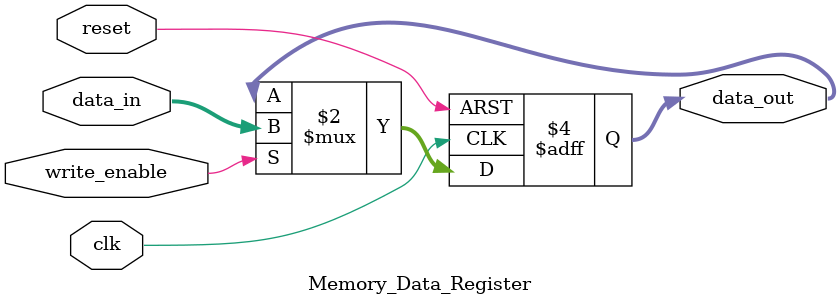
<source format=v>
module Memory_Data_Register #(
    parameter DATA_WIDTH = 32
)(
    input wire clk,
    input wire reset,
    input wire [DATA_WIDTH-1:0] data_in,
    input wire write_enable,
    output reg [DATA_WIDTH-1:0] data_out
);
    always @(posedge clk or posedge reset) begin 
        if (reset) 
            data_out <= {DATA_WIDTH{1'b0}};
        else if (write_enable) 
            data_out <= data_in;

    end 
endmodule
</source>
